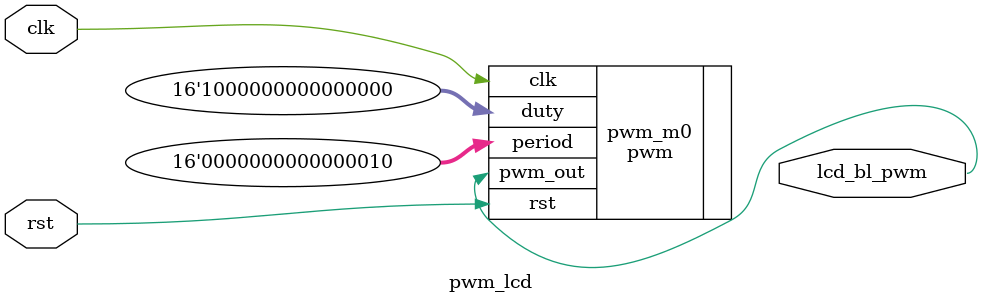
<source format=v>
`timescale 1ns / 1ps

module pwm_lcd(
	input clk,
	input rst,
	output lcd_bl_pwm
    );
pwm pwm_m0(
	.clk(clk),
	.rst(rst),
	.period(16'd2),
	.duty(16'h8000),
	.pwm_out(lcd_bl_pwm)
);
endmodule

</source>
